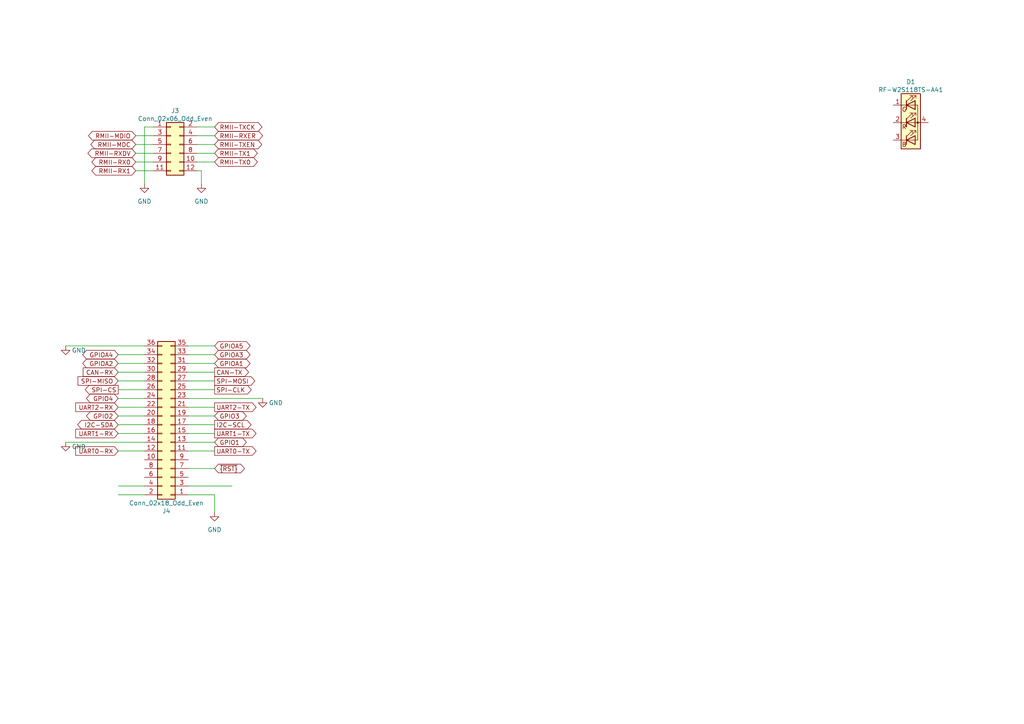
<source format=kicad_sch>
(kicad_sch (version 20210615) (generator eeschema)
  (paper "A4")
  (lib_symbols
    (symbol "Connector_Generic:Conn_02x06_Odd_Even" (pin_names (offset 1.016) hide)
      (property "Reference" "J" (at 1.27 7.62 0))
      (property "Value" "Conn_02x06_Odd_Even" (at 1.27 -10.16 0))
      (symbol "Conn_02x06_Odd_Even_1_1"
        (rectangle (start -1.27 -7.493) (end 0 -7.747) (stroke (width 0.1524)))
        (rectangle (start -1.27 -4.953) (end 0 -5.207) (stroke (width 0.1524)))
        (rectangle (start -1.27 -2.413) (end 0 -2.667) (stroke (width 0.1524)))
        (rectangle (start -1.27 0.127) (end 0 -0.127) (stroke (width 0.1524)))
        (rectangle (start -1.27 2.667) (end 0 2.413) (stroke (width 0.1524)))
        (rectangle (start -1.27 5.207) (end 0 4.953) (stroke (width 0.1524)))
        (rectangle (start 3.81 -7.493) (end 2.54 -7.747) (stroke (width 0.1524)))
        (rectangle (start 3.81 -4.953) (end 2.54 -5.207) (stroke (width 0.1524)))
        (rectangle (start 3.81 -2.413) (end 2.54 -2.667) (stroke (width 0.1524)))
        (rectangle (start 3.81 0.127) (end 2.54 -0.127) (stroke (width 0.1524)))
        (rectangle (start 3.81 2.667) (end 2.54 2.413) (stroke (width 0.1524)))
        (rectangle (start 3.81 5.207) (end 2.54 4.953) (stroke (width 0.1524)))
        (rectangle (start -1.27 6.35) (end 3.81 -8.89) (stroke (width 0.254)) (fill (type background)))
        (pin passive line (at -5.08 5.08 0) (length 3.81) (name "Pin_1") (number "1"))
        (pin passive line (at 7.62 -5.08 180) (length 3.81) (name "Pin_10") (number "10"))
        (pin passive line (at -5.08 -7.62 0) (length 3.81) (name "Pin_11") (number "11"))
        (pin passive line (at 7.62 -7.62 180) (length 3.81) (name "Pin_12") (number "12"))
        (pin passive line (at 7.62 5.08 180) (length 3.81) (name "Pin_2") (number "2"))
        (pin passive line (at -5.08 2.54 0) (length 3.81) (name "Pin_3") (number "3"))
        (pin passive line (at 7.62 2.54 180) (length 3.81) (name "Pin_4") (number "4"))
        (pin passive line (at -5.08 0 0) (length 3.81) (name "Pin_5") (number "5"))
        (pin passive line (at 7.62 0 180) (length 3.81) (name "Pin_6") (number "6"))
        (pin passive line (at -5.08 -2.54 0) (length 3.81) (name "Pin_7") (number "7"))
        (pin passive line (at 7.62 -2.54 180) (length 3.81) (name "Pin_8") (number "8"))
        (pin passive line (at -5.08 -5.08 0) (length 3.81) (name "Pin_9") (number "9"))
      )
    )
    (symbol "Connector_Generic:Conn_02x18_Odd_Even" (pin_names (offset 1.016) hide)
      (property "Reference" "J" (at 1.27 22.86 0))
      (property "Value" "Conn_02x18_Odd_Even" (at 1.27 -25.4 0))
      (symbol "Conn_02x18_Odd_Even_1_1"
        (rectangle (start -1.27 -22.733) (end 0 -22.987) (stroke (width 0.1524)))
        (rectangle (start -1.27 -20.193) (end 0 -20.447) (stroke (width 0.1524)))
        (rectangle (start -1.27 -17.653) (end 0 -17.907) (stroke (width 0.1524)))
        (rectangle (start -1.27 -15.113) (end 0 -15.367) (stroke (width 0.1524)))
        (rectangle (start -1.27 -12.573) (end 0 -12.827) (stroke (width 0.1524)))
        (rectangle (start -1.27 -10.033) (end 0 -10.287) (stroke (width 0.1524)))
        (rectangle (start -1.27 -7.493) (end 0 -7.747) (stroke (width 0.1524)))
        (rectangle (start -1.27 -4.953) (end 0 -5.207) (stroke (width 0.1524)))
        (rectangle (start -1.27 -2.413) (end 0 -2.667) (stroke (width 0.1524)))
        (rectangle (start -1.27 0.127) (end 0 -0.127) (stroke (width 0.1524)))
        (rectangle (start -1.27 2.667) (end 0 2.413) (stroke (width 0.1524)))
        (rectangle (start -1.27 5.207) (end 0 4.953) (stroke (width 0.1524)))
        (rectangle (start -1.27 7.747) (end 0 7.493) (stroke (width 0.1524)))
        (rectangle (start -1.27 10.287) (end 0 10.033) (stroke (width 0.1524)))
        (rectangle (start -1.27 12.827) (end 0 12.573) (stroke (width 0.1524)))
        (rectangle (start -1.27 15.367) (end 0 15.113) (stroke (width 0.1524)))
        (rectangle (start -1.27 17.907) (end 0 17.653) (stroke (width 0.1524)))
        (rectangle (start -1.27 20.447) (end 0 20.193) (stroke (width 0.1524)))
        (rectangle (start 3.81 -22.733) (end 2.54 -22.987) (stroke (width 0.1524)))
        (rectangle (start 3.81 -20.193) (end 2.54 -20.447) (stroke (width 0.1524)))
        (rectangle (start 3.81 -17.653) (end 2.54 -17.907) (stroke (width 0.1524)))
        (rectangle (start 3.81 -15.113) (end 2.54 -15.367) (stroke (width 0.1524)))
        (rectangle (start 3.81 -12.573) (end 2.54 -12.827) (stroke (width 0.1524)))
        (rectangle (start 3.81 -10.033) (end 2.54 -10.287) (stroke (width 0.1524)))
        (rectangle (start 3.81 -7.493) (end 2.54 -7.747) (stroke (width 0.1524)))
        (rectangle (start 3.81 -4.953) (end 2.54 -5.207) (stroke (width 0.1524)))
        (rectangle (start 3.81 -2.413) (end 2.54 -2.667) (stroke (width 0.1524)))
        (rectangle (start 3.81 0.127) (end 2.54 -0.127) (stroke (width 0.1524)))
        (rectangle (start 3.81 2.667) (end 2.54 2.413) (stroke (width 0.1524)))
        (rectangle (start 3.81 5.207) (end 2.54 4.953) (stroke (width 0.1524)))
        (rectangle (start 3.81 7.747) (end 2.54 7.493) (stroke (width 0.1524)))
        (rectangle (start 3.81 10.287) (end 2.54 10.033) (stroke (width 0.1524)))
        (rectangle (start 3.81 12.827) (end 2.54 12.573) (stroke (width 0.1524)))
        (rectangle (start 3.81 15.367) (end 2.54 15.113) (stroke (width 0.1524)))
        (rectangle (start 3.81 17.907) (end 2.54 17.653) (stroke (width 0.1524)))
        (rectangle (start 3.81 20.447) (end 2.54 20.193) (stroke (width 0.1524)))
        (rectangle (start -1.27 21.59) (end 3.81 -24.13) (stroke (width 0.254)) (fill (type background)))
        (pin passive line (at -5.08 20.32 0) (length 3.81) (name "Pin_1") (number "1"))
        (pin passive line (at 7.62 10.16 180) (length 3.81) (name "Pin_10") (number "10"))
        (pin passive line (at -5.08 7.62 0) (length 3.81) (name "Pin_11") (number "11"))
        (pin passive line (at 7.62 7.62 180) (length 3.81) (name "Pin_12") (number "12"))
        (pin passive line (at -5.08 5.08 0) (length 3.81) (name "Pin_13") (number "13"))
        (pin passive line (at 7.62 5.08 180) (length 3.81) (name "Pin_14") (number "14"))
        (pin passive line (at -5.08 2.54 0) (length 3.81) (name "Pin_15") (number "15"))
        (pin passive line (at 7.62 2.54 180) (length 3.81) (name "Pin_16") (number "16"))
        (pin passive line (at -5.08 0 0) (length 3.81) (name "Pin_17") (number "17"))
        (pin passive line (at 7.62 0 180) (length 3.81) (name "Pin_18") (number "18"))
        (pin passive line (at -5.08 -2.54 0) (length 3.81) (name "Pin_19") (number "19"))
        (pin passive line (at 7.62 20.32 180) (length 3.81) (name "Pin_2") (number "2"))
        (pin passive line (at 7.62 -2.54 180) (length 3.81) (name "Pin_20") (number "20"))
        (pin passive line (at -5.08 -5.08 0) (length 3.81) (name "Pin_21") (number "21"))
        (pin passive line (at 7.62 -5.08 180) (length 3.81) (name "Pin_22") (number "22"))
        (pin passive line (at -5.08 -7.62 0) (length 3.81) (name "Pin_23") (number "23"))
        (pin passive line (at 7.62 -7.62 180) (length 3.81) (name "Pin_24") (number "24"))
        (pin passive line (at -5.08 -10.16 0) (length 3.81) (name "Pin_25") (number "25"))
        (pin passive line (at 7.62 -10.16 180) (length 3.81) (name "Pin_26") (number "26"))
        (pin passive line (at -5.08 -12.7 0) (length 3.81) (name "Pin_27") (number "27"))
        (pin passive line (at 7.62 -12.7 180) (length 3.81) (name "Pin_28") (number "28"))
        (pin passive line (at -5.08 -15.24 0) (length 3.81) (name "Pin_29") (number "29"))
        (pin passive line (at -5.08 17.78 0) (length 3.81) (name "Pin_3") (number "3"))
        (pin passive line (at 7.62 -15.24 180) (length 3.81) (name "Pin_30") (number "30"))
        (pin passive line (at -5.08 -17.78 0) (length 3.81) (name "Pin_31") (number "31"))
        (pin passive line (at 7.62 -17.78 180) (length 3.81) (name "Pin_32") (number "32"))
        (pin passive line (at -5.08 -20.32 0) (length 3.81) (name "Pin_33") (number "33"))
        (pin passive line (at 7.62 -20.32 180) (length 3.81) (name "Pin_34") (number "34"))
        (pin passive line (at -5.08 -22.86 0) (length 3.81) (name "Pin_35") (number "35"))
        (pin passive line (at 7.62 -22.86 180) (length 3.81) (name "Pin_36") (number "36"))
        (pin passive line (at 7.62 17.78 180) (length 3.81) (name "Pin_4") (number "4"))
        (pin passive line (at -5.08 15.24 0) (length 3.81) (name "Pin_5") (number "5"))
        (pin passive line (at 7.62 15.24 180) (length 3.81) (name "Pin_6") (number "6"))
        (pin passive line (at -5.08 12.7 0) (length 3.81) (name "Pin_7") (number "7"))
        (pin passive line (at 7.62 12.7 180) (length 3.81) (name "Pin_8") (number "8"))
        (pin passive line (at -5.08 10.16 0) (length 3.81) (name "Pin_9") (number "9"))
      )
    )
    (symbol "led-refond:RF-W2S118TS-A41" (pin_names (offset 0) hide)
      (property "Reference" "D" (at 0 9.398 0))
      (property "Value" "RF-W2S118TS-A41" (at 0 -8.89 0))
      (symbol "RF-W2S118TS-A41_0_0"
        (text "B" (at -1.905 -6.35 0) (effects (font (size 1.27 1.27))))
        (text "G" (at -1.905 3.81 0) (effects (font (size 1.27 1.27))))
        (text "R" (at -1.905 -1.27 0) (effects (font (size 1.27 1.27))))
      )
      (symbol "RF-W2S118TS-A41_0_1"
        (circle (center 2.032 0) (radius 0.254) (fill (type outline)))
        (rectangle (start 1.27 -1.27) (end 1.27 1.27))
        (rectangle (start 1.27 1.27) (end 1.27 1.27))
        (rectangle (start 1.27 3.81) (end 1.27 6.35))
        (rectangle (start 1.27 6.35) (end 1.27 6.35))
        (rectangle (start 2.794 8.382) (end -2.794 -7.62) (stroke (width 0.254)) (fill (type background)))
        (polyline (pts (xy -1.27 -5.08) (xy -2.54 -5.08)))
        (polyline (pts (xy -1.27 -5.08) (xy 1.27 -5.08)))
        (polyline (pts (xy -1.27 -3.81) (xy -1.27 -6.35)) (stroke (width 0.254)))
        (polyline (pts (xy -1.27 0) (xy -2.54 0)))
        (polyline (pts (xy -1.27 1.27) (xy -1.27 -1.27)) (stroke (width 0.254)))
        (polyline (pts (xy -1.27 5.08) (xy -2.54 5.08)))
        (polyline (pts (xy -1.27 5.08) (xy 1.27 5.08)))
        (polyline (pts (xy -1.27 6.35) (xy -1.27 3.81)) (stroke (width 0.254)))
        (polyline (pts (xy 1.27 0) (xy -1.27 0)))
        (polyline (pts (xy 1.27 0) (xy 2.54 0)))
        (polyline (pts (xy -1.27 1.27) (xy -1.27 -1.27) (xy -1.27 -1.27)))
        (polyline (pts (xy -1.27 6.35) (xy -1.27 3.81) (xy -1.27 3.81)))
        (polyline (pts (xy 1.27 -5.08) (xy 2.032 -5.08) (xy 2.032 5.08) (xy 1.27 5.08)))
        (polyline (pts (xy 1.27 -3.81) (xy 1.27 -6.35) (xy -1.27 -5.08) (xy 1.27 -3.81)) (stroke (width 0.254)))
        (polyline (pts (xy 1.27 1.27) (xy 1.27 -1.27) (xy -1.27 0) (xy 1.27 1.27)) (stroke (width 0.254)))
        (polyline (pts (xy 1.27 6.35) (xy 1.27 3.81) (xy -1.27 5.08) (xy 1.27 6.35)) (stroke (width 0.254)))
        (polyline (pts (xy -1.016 -3.81) (xy 0.508 -2.286) (xy -0.254 -2.286) (xy 0.508 -2.286) (xy 0.508 -3.048)))
        (polyline (pts (xy -1.016 1.27) (xy 0.508 2.794) (xy -0.254 2.794) (xy 0.508 2.794) (xy 0.508 2.032)))
        (polyline (pts (xy -1.016 6.35) (xy 0.508 7.874) (xy -0.254 7.874) (xy 0.508 7.874) (xy 0.508 7.112)))
        (polyline (pts (xy 0 -3.81) (xy 1.524 -2.286) (xy 0.762 -2.286) (xy 1.524 -2.286) (xy 1.524 -3.048)))
        (polyline (pts (xy 0 1.27) (xy 1.524 2.794) (xy 0.762 2.794) (xy 1.524 2.794) (xy 1.524 2.032)))
        (polyline (pts (xy 0 6.35) (xy 1.524 7.874) (xy 0.762 7.874) (xy 1.524 7.874) (xy 1.524 7.112)))
      )
      (symbol "RF-W2S118TS-A41_1_1"
        (pin passive line (at -5.08 5.08 0) (length 2.54) (name "GK") (number "1"))
        (pin passive line (at -5.08 0 0) (length 2.54) (name "RK") (number "2"))
        (pin passive line (at -5.08 -5.08 0) (length 2.54) (name "BK") (number "3"))
        (pin passive line (at 5.08 0 180) (length 2.54) (name "A") (number "4"))
      )
    )
    (symbol "power:GND" (power) (pin_names (offset 0))
      (property "Value" "GND" (at 0 -3.81 0))
      (symbol "GND_0_1"
        (polyline (pts (xy 0 0) (xy 0 -1.27) (xy 1.27 -1.27) (xy 0 -2.54) (xy -1.27 -1.27) (xy 0 -1.27)))
      )
      (symbol "GND_1_1"
        (pin power_in line (at 0 0 270) (length 0) hide (name "GND") (number "1"))
      )
    )
  )
  (wire (pts (xy 19.05 100.33) (xy 41.91 100.33)))
  (wire (pts (xy 19.05 128.27) (xy 41.91 128.27)))
  (wire (pts (xy 34.29 102.87) (xy 41.91 102.87)))
  (wire (pts (xy 34.29 105.41) (xy 41.91 105.41)))
  (wire (pts (xy 34.29 107.95) (xy 41.91 107.95)))
  (wire (pts (xy 34.29 110.49) (xy 41.91 110.49)))
  (wire (pts (xy 34.29 113.03) (xy 41.91 113.03)))
  (wire (pts (xy 34.29 115.57) (xy 41.91 115.57)))
  (wire (pts (xy 34.29 118.11) (xy 41.91 118.11)))
  (wire (pts (xy 34.29 120.65) (xy 41.91 120.65)))
  (wire (pts (xy 34.29 123.19) (xy 41.91 123.19)))
  (wire (pts (xy 34.29 125.73) (xy 41.91 125.73)))
  (wire (pts (xy 34.29 130.81) (xy 41.91 130.81)))
  (wire (pts (xy 34.29 140.97) (xy 41.91 140.97)))
  (wire (pts (xy 34.29 143.51) (xy 41.91 143.51)))
  (wire (pts (xy 39.37 39.37) (xy 44.45 39.37)))
  (wire (pts (xy 39.37 41.91) (xy 44.45 41.91)))
  (wire (pts (xy 39.37 44.45) (xy 44.45 44.45)))
  (wire (pts (xy 39.37 46.99) (xy 44.45 46.99)))
  (wire (pts (xy 39.37 49.53) (xy 44.45 49.53)))
  (wire (pts (xy 41.91 36.83) (xy 41.91 53.34)))
  (wire (pts (xy 44.45 36.83) (xy 41.91 36.83)))
  (wire (pts (xy 54.61 100.33) (xy 62.23 100.33)))
  (wire (pts (xy 54.61 102.87) (xy 62.23 102.87)))
  (wire (pts (xy 54.61 105.41) (xy 62.23 105.41)))
  (wire (pts (xy 54.61 107.95) (xy 62.23 107.95)))
  (wire (pts (xy 54.61 110.49) (xy 62.23 110.49)))
  (wire (pts (xy 54.61 113.03) (xy 62.23 113.03)))
  (wire (pts (xy 54.61 115.57) (xy 76.2 115.57)))
  (wire (pts (xy 54.61 118.11) (xy 62.23 118.11)))
  (wire (pts (xy 54.61 120.65) (xy 62.23 120.65)))
  (wire (pts (xy 54.61 123.19) (xy 62.23 123.19)))
  (wire (pts (xy 54.61 125.73) (xy 62.23 125.73)))
  (wire (pts (xy 54.61 128.27) (xy 62.23 128.27)))
  (wire (pts (xy 54.61 130.81) (xy 62.23 130.81)))
  (wire (pts (xy 54.61 135.89) (xy 62.23 135.89)))
  (wire (pts (xy 54.61 140.97) (xy 67.31 140.97)))
  (wire (pts (xy 54.61 143.51) (xy 62.23 143.51)))
  (wire (pts (xy 57.15 36.83) (xy 62.23 36.83)))
  (wire (pts (xy 57.15 39.37) (xy 62.23 39.37)))
  (wire (pts (xy 57.15 41.91) (xy 62.23 41.91)))
  (wire (pts (xy 57.15 44.45) (xy 62.23 44.45)))
  (wire (pts (xy 57.15 46.99) (xy 62.23 46.99)))
  (wire (pts (xy 57.15 49.53) (xy 58.42 49.53)))
  (wire (pts (xy 58.42 49.53) (xy 58.42 53.34)))
  (wire (pts (xy 62.23 143.51) (xy 62.23 148.59)))
  (global_label "GPIOA4" (shape bidirectional) (at 34.29 102.87 180) (property "Intersheet References" "${INTERSHEET_REFS}" (effects hide)))
  (global_label "GPIOA2" (shape bidirectional) (at 34.29 105.41 180) (property "Intersheet References" "${INTERSHEET_REFS}" (effects hide)))
  (global_label "CAN-RX" (shape input) (at 34.29 107.95 180) (property "Intersheet References" "${INTERSHEET_REFS}" (effects hide)))
  (global_label "SPI-MISO" (shape input) (at 34.29 110.49 180) (property "Intersheet References" "${INTERSHEET_REFS}" (effects hide)))
  (global_label "SPI-CS" (shape output) (at 34.29 113.03 180) (property "Intersheet References" "${INTERSHEET_REFS}" (effects hide)))
  (global_label "GPIO4" (shape bidirectional) (at 34.29 115.57 180) (property "Intersheet References" "${INTERSHEET_REFS}" (effects hide)))
  (global_label "UART2-RX" (shape input) (at 34.29 118.11 180) (property "Intersheet References" "${INTERSHEET_REFS}" (effects hide)))
  (global_label "GPIO2" (shape bidirectional) (at 34.29 120.65 180) (property "Intersheet References" "${INTERSHEET_REFS}" (effects hide)))
  (global_label "I2C-SDA" (shape bidirectional) (at 34.29 123.19 180) (property "Intersheet References" "${INTERSHEET_REFS}" (effects hide)))
  (global_label "UART1-RX" (shape input) (at 34.29 125.73 180) (property "Intersheet References" "${INTERSHEET_REFS}" (effects hide)))
  (global_label "UART0-RX" (shape input) (at 34.29 130.81 180) (property "Intersheet References" "${INTERSHEET_REFS}" (effects hide)))
  (global_label "RMII-MDIO" (shape bidirectional) (at 39.37 39.37 180) (property "Intersheet References" "${INTERSHEET_REFS}" (effects hide)))
  (global_label "RMII-MDC" (shape bidirectional) (at 39.37 41.91 180) (property "Intersheet References" "${INTERSHEET_REFS}" (effects hide)))
  (global_label "RMII-RXDV" (shape bidirectional) (at 39.37 44.45 180) (property "Intersheet References" "${INTERSHEET_REFS}" (effects hide)))
  (global_label "RMII-RX0" (shape bidirectional) (at 39.37 46.99 180) (property "Intersheet References" "${INTERSHEET_REFS}" (effects hide)))
  (global_label "RMII-RX1" (shape bidirectional) (at 39.37 49.53 180) (property "Intersheet References" "${INTERSHEET_REFS}" (effects hide)))
  (global_label "RMII-TXCK" (shape bidirectional) (at 62.23 36.83 0) (property "Intersheet References" "${INTERSHEET_REFS}" (effects hide)))
  (global_label "RMII-RXER" (shape bidirectional) (at 62.23 39.37 0) (property "Intersheet References" "${INTERSHEET_REFS}" (effects hide)))
  (global_label "RMII-TXEN" (shape bidirectional) (at 62.23 41.91 0) (property "Intersheet References" "${INTERSHEET_REFS}" (effects hide)))
  (global_label "RMII-TX1" (shape bidirectional) (at 62.23 44.45 0) (property "Intersheet References" "${INTERSHEET_REFS}" (effects hide)))
  (global_label "RMII-TX0" (shape bidirectional) (at 62.23 46.99 0) (property "Intersheet References" "${INTERSHEET_REFS}" (effects hide)))
  (global_label "GPIOA5" (shape bidirectional) (at 62.23 100.33 0) (property "Intersheet References" "${INTERSHEET_REFS}" (effects hide)))
  (global_label "GPIOA3" (shape bidirectional) (at 62.23 102.87 0) (property "Intersheet References" "${INTERSHEET_REFS}" (effects hide)))
  (global_label "GPIOA1" (shape bidirectional) (at 62.23 105.41 0) (property "Intersheet References" "${INTERSHEET_REFS}" (effects hide)))
  (global_label "CAN-TX" (shape output) (at 62.23 107.95 0) (property "Intersheet References" "${INTERSHEET_REFS}" (effects hide)))
  (global_label "SPI-MOSI" (shape output) (at 62.23 110.49 0) (property "Intersheet References" "${INTERSHEET_REFS}" (effects hide)))
  (global_label "SPI-CLK" (shape output) (at 62.23 113.03 0) (property "Intersheet References" "${INTERSHEET_REFS}" (effects hide)))
  (global_label "UART2-TX" (shape output) (at 62.23 118.11 0) (property "Intersheet References" "${INTERSHEET_REFS}" (effects hide)))
  (global_label "GPIO3" (shape bidirectional) (at 62.23 120.65 0) (property "Intersheet References" "${INTERSHEET_REFS}" (effects hide)))
  (global_label "I2C-SCL" (shape output) (at 62.23 123.19 0) (property "Intersheet References" "${INTERSHEET_REFS}" (effects hide)))
  (global_label "UART1-TX" (shape output) (at 62.23 125.73 0) (property "Intersheet References" "${INTERSHEET_REFS}" (effects hide)))
  (global_label "GPIO1" (shape bidirectional) (at 62.23 128.27 0) (property "Intersheet References" "${INTERSHEET_REFS}" (effects hide)))
  (global_label "UART0-TX" (shape output) (at 62.23 130.81 0) (property "Intersheet References" "${INTERSHEET_REFS}" (effects hide)))
  (global_label "~{{RST}}" (shape bidirectional) (at 62.23 135.89 0) (property "Intersheet References" "${INTERSHEET_REFS}" (effects hide)))
  (symbol (lib_id "power:GND") (at 19.05 100.33 0) (unit 1)
    (property "Reference" "#PWR0122" (effects hide))
    (property "Value" "GND" (at 22.86 101.6 0))
  )
  (symbol (lib_id "power:GND") (at 19.05 128.27 0) (unit 1)
    (property "Reference" "#PWR0121" (effects hide))
    (property "Value" "GND" (at 22.86 129.54 0))
  )
  (symbol (lib_id "power:GND") (at 41.91 53.34 0) (unit 1)
    (property "Reference" "#PWR0118" (effects hide))
    (property "Value" "GND" (at 41.91 58.42 0))
  )
  (symbol (lib_id "power:GND") (at 58.42 53.34 0) (unit 1)
    (property "Reference" "#PWR0119" (effects hide))
    (property "Value" "GND" (at 58.42 58.42 0))
  )
  (symbol (lib_id "power:GND") (at 62.23 148.59 0) (unit 1)
    (property "Reference" "#PWR0124" (effects hide))
    (property "Value" "GND" (at 62.23 153.67 0))
  )
  (symbol (lib_id "power:GND") (at 76.2 115.57 0) (unit 1)
    (property "Reference" "#PWR0123" (effects hide))
    (property "Value" "GND" (at 80.01 116.84 0))
  )
  (symbol (lib_id "led-refond:RF-W2S118TS-A41") (at 264.16 35.56 0) (unit 1)
    (property "Reference" "D1" (at 264.16 23.7448 0))
    (property "Value" "RF-W2S118TS-A41" (at 264.16 26.0435 0))
    (property "Footprint" "led:rgb-1204" (effects hide))
    (property "Datasheet" "~{{}}" (effects hide))
  )
  (symbol (lib_id "Connector_Generic:Conn_02x06_Odd_Even") (at 49.53 41.91 0) (unit 1)
    (property "Reference" "J3" (at 50.8 32.1268 0))
    (property "Value" "Conn_02x06_Odd_Even" (at 50.8 34.4255 0))
    (property "Footprint" "Connector_Samtec_HLE_THT:Samtec_HLE-106-02-xx-DV-TE_2x06_P2.54mm_Horizontal" (effects hide))
    (property "Datasheet" "~{}" (effects hide))
  )
  (symbol (lib_id "Connector_Generic:Conn_02x18_Odd_Even") (at 49.53 123.19 180) (unit 1)
    (property "Reference" "J4" (at 48.26 148.2132 0))
    (property "Value" "Conn_02x18_Odd_Even" (at 48.26 145.9145 0))
    (property "Footprint" "Connector_Samtec_HLE_THT:Samtec_HLE-118-02-xx-DV-TE_2x18_P2.54mm_Horizontal" (effects hide))
    (property "Datasheet" "~{}" (effects hide))
  )
)
</source>
